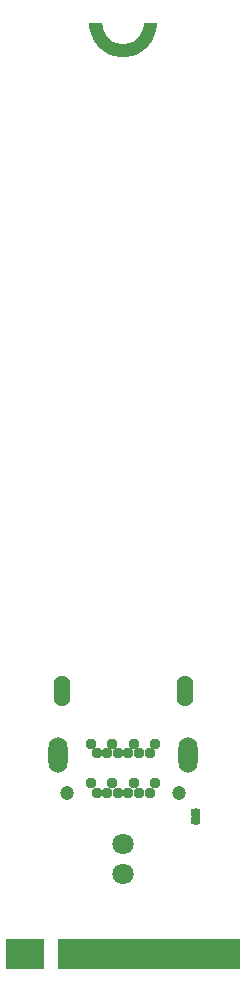
<source format=gbs>
G04*
G04 #@! TF.GenerationSoftware,Altium Limited,Altium Designer,24.5.2 (23)*
G04*
G04 Layer_Color=16711935*
%FSLAX44Y44*%
%MOMM*%
G71*
G04*
G04 #@! TF.SameCoordinates,6FC596C0-74E6-4E27-895D-4E0FE7D6B679*
G04*
G04*
G04 #@! TF.FilePolarity,Negative*
G04*
G01*
G75*
%ADD17R,0.6032X0.6032*%
%ADD18O,1.4112X2.6192*%
%ADD19O,1.6112X3.0192*%
%ADD20C,0.9532*%
%ADD21C,1.2032*%
%ADD22C,1.8000*%
%ADD30R,0.3500X1.9500*%
%ADD31R,15.4500X2.5000*%
%ADD32R,3.2000X2.5000*%
G36*
X138500Y800000D02*
X138500Y797757D01*
X137798Y793326D01*
X136412Y789060D01*
X134375Y785063D01*
X131739Y781433D01*
X128567Y778261D01*
X124937Y775624D01*
X120940Y773588D01*
X116674Y772202D01*
X112243Y771500D01*
X107757Y771500D01*
X103326Y772202D01*
X99060Y773588D01*
X95063Y775624D01*
X91433Y778261D01*
X88261Y781433D01*
X85625Y785063D01*
X83588Y789060D01*
X82202Y793326D01*
X81500Y797757D01*
X81500Y800000D01*
X81500Y800000D01*
X92500Y800000D01*
X92584Y798285D01*
X93253Y794920D01*
X94566Y791750D01*
X96472Y788898D01*
X98898Y786472D01*
X101751Y784566D01*
X104920Y783253D01*
X108285Y782584D01*
X111715Y782584D01*
X115080Y783253D01*
X118250Y784566D01*
X121102Y786472D01*
X123528Y788898D01*
X125434Y791751D01*
X126747Y794920D01*
X127416Y798285D01*
X127500Y800000D01*
X127500Y800000D01*
X138500Y800000D01*
D02*
G37*
G36*
X172304Y135358D02*
X172337Y135358D01*
X172371Y135354D01*
X172405Y135351D01*
X172436Y135345D01*
X172469Y135341D01*
X173983Y135042D01*
X174015Y135034D01*
X174047Y135028D01*
X174079Y135017D01*
X174112Y135008D01*
X174142Y134995D01*
X174173Y134985D01*
X174887Y134692D01*
X174888Y134691D01*
X174890Y134691D01*
X174945Y134663D01*
X175006Y134633D01*
X175008Y134632D01*
X175009Y134632D01*
X175060Y134598D01*
X175117Y134560D01*
X175119Y134559D01*
X175120Y134558D01*
X175165Y134518D01*
X175218Y134472D01*
X175219Y134471D01*
X175220Y134470D01*
X175260Y134424D01*
X175306Y134372D01*
X175307Y134371D01*
X175308Y134370D01*
X175343Y134317D01*
X175380Y134262D01*
X175381Y134260D01*
X175382Y134259D01*
X175412Y134199D01*
X175439Y134143D01*
X175440Y134141D01*
X175441Y134140D01*
X175463Y134073D01*
X175483Y134017D01*
X175483Y134015D01*
X175483Y134014D01*
X175497Y133948D01*
X175509Y133886D01*
X175509Y133884D01*
X175509Y133883D01*
X175514Y133818D01*
X175518Y133753D01*
X175518Y133751D01*
X175518Y133750D01*
Y129500D01*
X175509Y129367D01*
X175483Y129236D01*
X175441Y129110D01*
X175382Y128991D01*
X175308Y128880D01*
X175220Y128780D01*
X175120Y128692D01*
X175009Y128618D01*
X174890Y128559D01*
X174764Y128517D01*
X174681Y128500D01*
X174764Y128483D01*
X174890Y128441D01*
X175009Y128382D01*
X175120Y128308D01*
X175220Y128220D01*
X175308Y128120D01*
X175382Y128009D01*
X175441Y127890D01*
X175483Y127764D01*
X175509Y127633D01*
X175518Y127500D01*
X175518Y123250D01*
X175518Y123248D01*
X175518Y123247D01*
X175514Y123190D01*
X175509Y123117D01*
X175509Y123115D01*
X175509Y123114D01*
X175498Y123060D01*
X175483Y122986D01*
X175483Y122985D01*
X175483Y122984D01*
X175466Y122934D01*
X175441Y122860D01*
X175440Y122859D01*
X175439Y122858D01*
X175415Y122809D01*
X175382Y122741D01*
X175381Y122739D01*
X175380Y122738D01*
X175347Y122689D01*
X175308Y122630D01*
X175307Y122629D01*
X175306Y122628D01*
X175265Y122581D01*
X175220Y122530D01*
X175219Y122529D01*
X175218Y122528D01*
X175169Y122485D01*
X175120Y122442D01*
X175119Y122441D01*
X175117Y122440D01*
X175064Y122405D01*
X175009Y122368D01*
X175008Y122367D01*
X175006Y122367D01*
X174948Y122338D01*
X174890Y122309D01*
X174888Y122309D01*
X174887Y122308D01*
X174173Y122015D01*
X174142Y122004D01*
X174112Y121992D01*
X174079Y121983D01*
X174047Y121973D01*
X174015Y121966D01*
X173983Y121958D01*
X172469Y121659D01*
X172437Y121655D01*
X172405Y121649D01*
X172371Y121646D01*
X172337Y121642D01*
X172304Y121642D01*
X172272Y121640D01*
X170728Y121640D01*
X170696Y121642D01*
X170663Y121642D01*
X170629Y121646D01*
X170595Y121649D01*
X170564Y121655D01*
X170531Y121659D01*
X169017Y121958D01*
X168985Y121966D01*
X168953Y121973D01*
X168921Y121983D01*
X168888Y121992D01*
X168858Y122004D01*
X168827Y122015D01*
X168113Y122308D01*
X168112Y122309D01*
X168110Y122309D01*
X168055Y122337D01*
X167994Y122367D01*
X167992Y122368D01*
X167991Y122368D01*
X167940Y122402D01*
X167883Y122440D01*
X167881Y122441D01*
X167880Y122442D01*
X167835Y122481D01*
X167782Y122528D01*
X167781Y122529D01*
X167780Y122530D01*
X167740Y122576D01*
X167694Y122628D01*
X167693Y122629D01*
X167692Y122630D01*
X167657Y122683D01*
X167620Y122738D01*
X167619Y122740D01*
X167618Y122741D01*
X167588Y122801D01*
X167561Y122858D01*
X167560Y122859D01*
X167559Y122860D01*
X167537Y122927D01*
X167517Y122984D01*
X167517Y122985D01*
X167516Y122986D01*
X167503Y123052D01*
X167491Y123114D01*
X167491Y123116D01*
X167491Y123117D01*
X167486Y123182D01*
X167482Y123247D01*
X167482Y123249D01*
X167482Y123250D01*
X167482Y127500D01*
X167491Y127633D01*
X167516Y127764D01*
X167559Y127890D01*
X167618Y128009D01*
X167692Y128120D01*
X167780Y128220D01*
X167880Y128308D01*
X167991Y128382D01*
X168110Y128441D01*
X168237Y128483D01*
X168319Y128500D01*
X168237Y128517D01*
X168110Y128559D01*
X167991Y128618D01*
X167880Y128692D01*
X167780Y128780D01*
X167692Y128880D01*
X167618Y128991D01*
X167559Y129110D01*
X167516Y129236D01*
X167491Y129367D01*
X167482Y129500D01*
X167482Y133750D01*
X167482Y133751D01*
X167482Y133753D01*
X167486Y133818D01*
X167491Y133883D01*
X167491Y133884D01*
X167491Y133886D01*
X167503Y133946D01*
X167517Y134014D01*
X167517Y134015D01*
X167517Y134017D01*
X167536Y134071D01*
X167559Y134140D01*
X167560Y134141D01*
X167561Y134142D01*
X167587Y134195D01*
X167618Y134259D01*
X167619Y134260D01*
X167620Y134262D01*
X167654Y134313D01*
X167692Y134370D01*
X167693Y134371D01*
X167694Y134372D01*
X167736Y134420D01*
X167780Y134470D01*
X167781Y134471D01*
X167782Y134472D01*
X167831Y134514D01*
X167880Y134558D01*
X167882Y134559D01*
X167883Y134560D01*
X167934Y134594D01*
X167991Y134632D01*
X167992Y134633D01*
X167994Y134633D01*
X168048Y134660D01*
X168110Y134691D01*
X168112Y134691D01*
X168113Y134692D01*
X168827Y134985D01*
X168858Y134995D01*
X168888Y135008D01*
X168921Y135017D01*
X168953Y135027D01*
X168985Y135034D01*
X169017Y135042D01*
X170531Y135341D01*
X170564Y135345D01*
X170595Y135351D01*
X170629Y135354D01*
X170663Y135358D01*
X170696Y135358D01*
X170728Y135360D01*
X172272Y135360D01*
X172304Y135358D01*
D02*
G37*
D17*
X171500Y131500D02*
D03*
Y125500D02*
D03*
D18*
X58000Y235250D02*
D03*
X162000D02*
D03*
D19*
X165000Y180250D02*
D03*
X55000D02*
D03*
D20*
X83000Y190250D02*
D03*
X101000D02*
D03*
X119000D02*
D03*
X137000D02*
D03*
X132500Y182250D02*
D03*
X123500D02*
D03*
X87500D02*
D03*
X96500D02*
D03*
X105500D02*
D03*
X114500D02*
D03*
X83000Y156750D02*
D03*
X101000D02*
D03*
X119000D02*
D03*
X137000D02*
D03*
X132500Y148750D02*
D03*
X123500D02*
D03*
X87500D02*
D03*
X96500D02*
D03*
X105500D02*
D03*
X114500D02*
D03*
D21*
X62500D02*
D03*
X157500D02*
D03*
D22*
X110000Y79600D02*
D03*
Y105000D02*
D03*
D30*
X200000Y15250D02*
D03*
X195001D02*
D03*
X190000D02*
D03*
X185001D02*
D03*
X180000D02*
D03*
X175001D02*
D03*
X170000D02*
D03*
X165001D02*
D03*
X160000D02*
D03*
X155001D02*
D03*
X150000D02*
D03*
X145001D02*
D03*
X140000D02*
D03*
X135001D02*
D03*
X130000D02*
D03*
X125001D02*
D03*
X120000D02*
D03*
X115001D02*
D03*
X110000D02*
D03*
X104999D02*
D03*
X100000D02*
D03*
X94999D02*
D03*
X90000D02*
D03*
X84999D02*
D03*
X80000D02*
D03*
X74999D02*
D03*
X70000D02*
D03*
X64999D02*
D03*
X60000D02*
D03*
X34999D02*
D03*
X30000D02*
D03*
X24999D02*
D03*
X20000D02*
D03*
D31*
X132000Y12500D02*
D03*
D32*
X26750D02*
D03*
M02*

</source>
